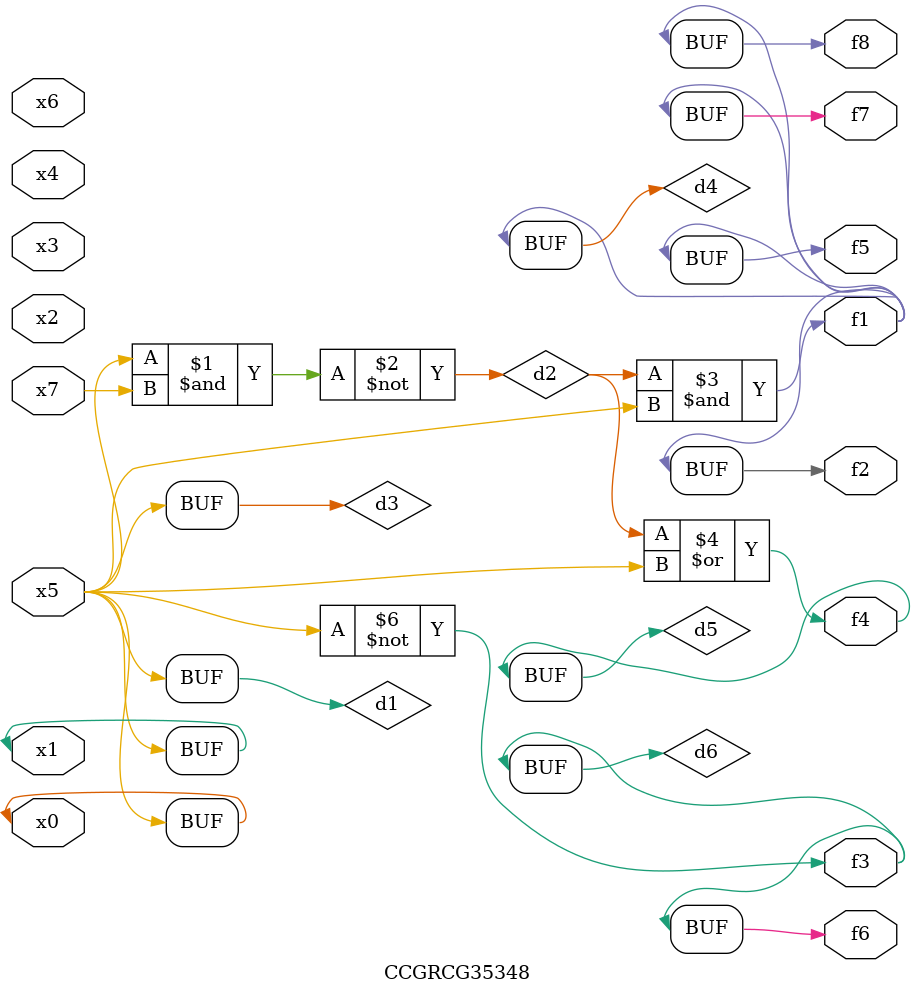
<source format=v>
module CCGRCG35348(
	input x0, x1, x2, x3, x4, x5, x6, x7,
	output f1, f2, f3, f4, f5, f6, f7, f8
);

	wire d1, d2, d3, d4, d5, d6;

	buf (d1, x0, x5);
	nand (d2, x5, x7);
	buf (d3, x0, x1);
	and (d4, d2, d3);
	or (d5, d2, d3);
	nor (d6, d1, d3);
	assign f1 = d4;
	assign f2 = d4;
	assign f3 = d6;
	assign f4 = d5;
	assign f5 = d4;
	assign f6 = d6;
	assign f7 = d4;
	assign f8 = d4;
endmodule

</source>
